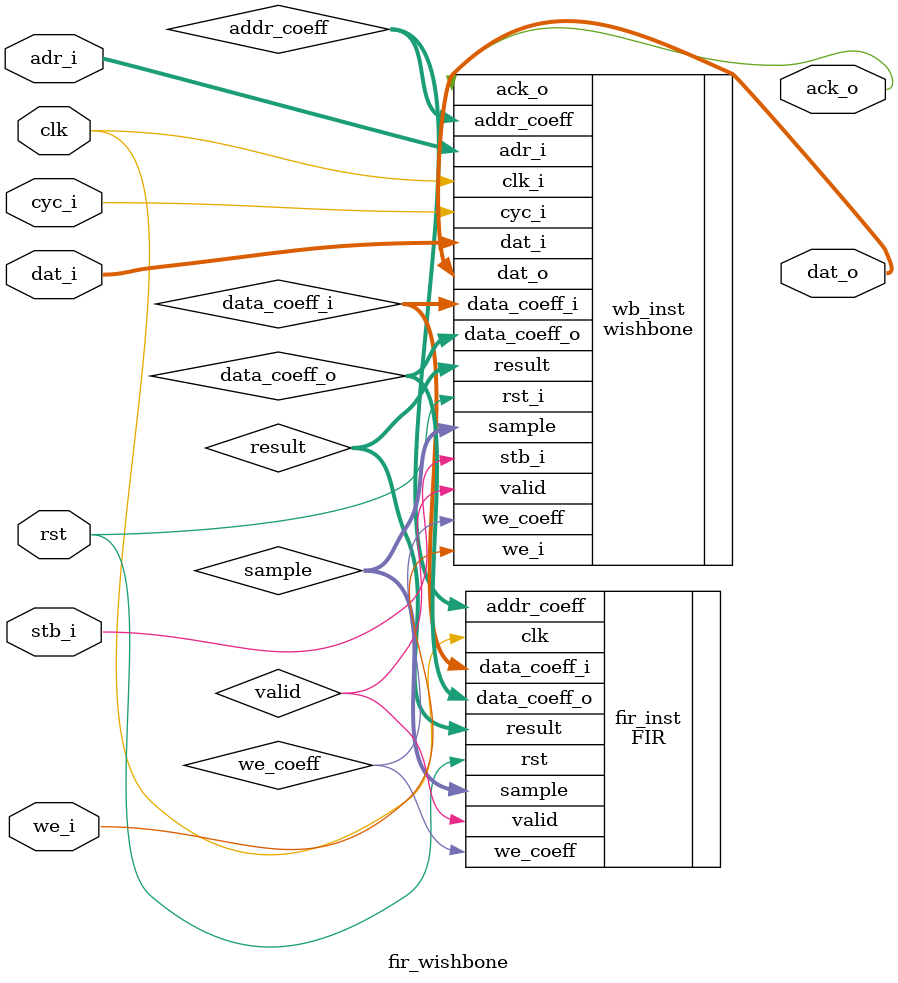
<source format=v>
module fir_wishbone #(
    parameter N = 4,
    parameter DATA_WIDTH = 16
)(
    input  wire                  clk,
    input  wire                  rst,
    // Wishbone interface
    input  wire [3:0]            adr_i,
    input  wire [DATA_WIDTH-1:0] dat_i,
    output wire [DATA_WIDTH-1:0] dat_o,
    input  wire                  we_i,
    input  wire                  stb_i,
    input  wire                  cyc_i,
    output wire                  ack_o
);

    // Internal signals
    wire we_coeff;
    wire [3:0] addr_coeff;
    wire [DATA_WIDTH-1:0] data_coeff_i, data_coeff_o;
    wire valid;
    wire [DATA_WIDTH-1:0] sample, result;

    // Wishbone instance
    wishbone wb_inst (
        .clk_i(clk),
        .rst_i(rst),
        .adr_i(adr_i),
        .dat_i(dat_i),
        .dat_o(dat_o),
        .we_i(we_i),
        .stb_i(stb_i),
        .cyc_i(cyc_i),
        .ack_o(ack_o),
        .we_coeff(we_coeff),
        .addr_coeff(addr_coeff),
        .data_coeff_i(data_coeff_i),
        .data_coeff_o(data_coeff_o),
        .valid(valid),
        .sample(sample),
        .result(result)
    );

    // FIR instance
    FIR fir_inst (
        .clk(clk),
        .rst(rst),
        .valid(valid),
        .sample(sample),
        .result(result),
        .we_coeff(we_coeff),
        .addr_coeff(addr_coeff),
        .data_coeff_i(data_coeff_i),
        .data_coeff_o(data_coeff_o)
    );

endmodule
</source>
